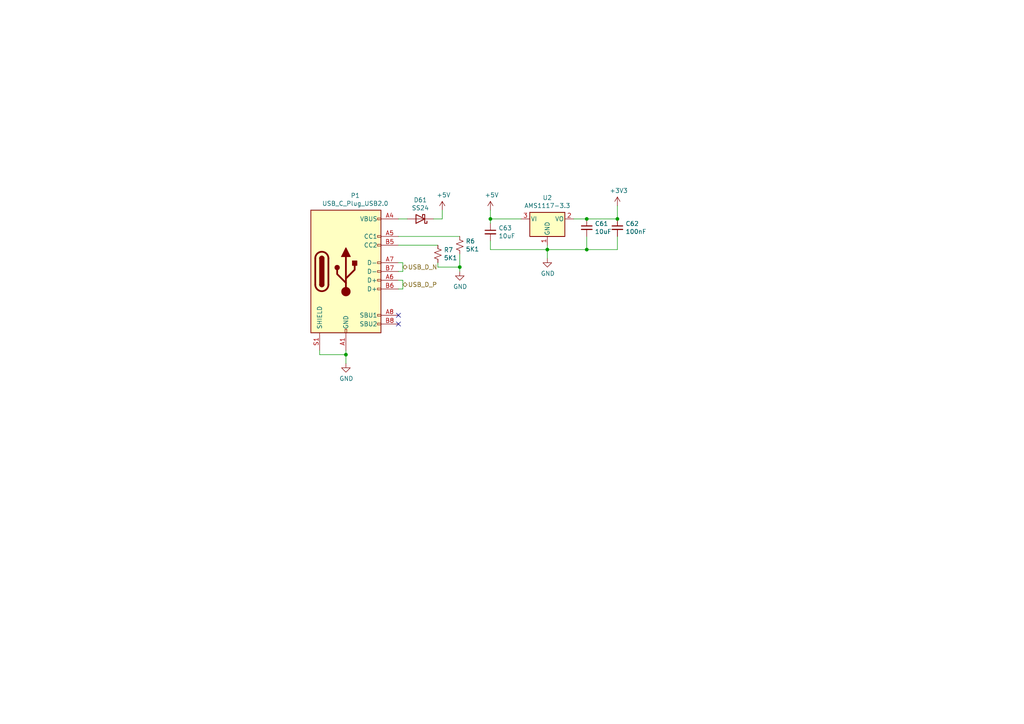
<source format=kicad_sch>
(kicad_sch (version 20211123) (generator eeschema)
  (paper "A4")
  (lib_symbols
    (symbol "Connector:USB_C_Receptacle_USB2.0" (pin_names (offset 1.016))
      (property "Reference" "J" (at -10.16 19.05 0))
      (property "Value" "USB_C_Receptacle_USB2.0" (at 19.05 19.05 0))
      (symbol "USB_C_Receptacle_USB2.0_0_0"
        (rectangle (start -0.254 -17.78) (end 0.254 -16.764))
        (rectangle (start 10.16 -14.986) (end 9.144 -15.494))
        (rectangle (start 10.16 -12.446) (end 9.144 -12.954))
        (rectangle (start 10.16 -4.826) (end 9.144 -5.334))
        (rectangle (start 10.16 -2.286) (end 9.144 -2.794))
        (rectangle (start 10.16 0.254) (end 9.144 -0.254))
        (rectangle (start 10.16 2.794) (end 9.144 2.286))
        (rectangle (start 10.16 7.874) (end 9.144 7.366))
        (rectangle (start 10.16 10.414) (end 9.144 9.906))
        (rectangle (start 10.16 15.494) (end 9.144 14.986))
      )
      (symbol "USB_C_Receptacle_USB2.0_0_1"
        (rectangle (start -10.16 17.78) (end 10.16 -17.78) (stroke (width 0.254)) (fill (type background)))
        (arc (start -8.89 -3.81) (mid -6.985 -5.715) (end -5.08 -3.81) (stroke (width 0.508)))
        (arc (start -7.62 -3.81) (mid -6.985 -4.445) (end -6.35 -3.81) (stroke (width 0.254)))
        (arc (start -7.62 -3.81) (mid -6.985 -4.445) (end -6.35 -3.81) (stroke (width 0.254)) (fill (type outline)))
        (rectangle (start -7.62 -3.81) (end -6.35 3.81) (stroke (width 0.254)) (fill (type outline)))
        (arc (start -6.35 3.81) (mid -6.985 4.445) (end -7.62 3.81) (stroke (width 0.254)))
        (arc (start -6.35 3.81) (mid -6.985 4.445) (end -7.62 3.81) (stroke (width 0.254)) (fill (type outline)))
        (arc (start -5.08 3.81) (mid -6.985 5.715) (end -8.89 3.81) (stroke (width 0.508)))
        (circle (center -2.54 1.143) (radius 0.635) (stroke (width 0.254)) (fill (type outline)))
        (circle (center 0 -5.842) (radius 1.27) (fill (type outline)))
        (polyline (pts (xy -8.89 -3.81) (xy -8.89 3.81)) (stroke (width 0.508)))
        (polyline (pts (xy -5.08 3.81) (xy -5.08 -3.81)) (stroke (width 0.508)))
        (polyline (pts (xy 0 -5.842) (xy 0 4.318)) (stroke (width 0.508)))
        (polyline (pts (xy 0 -3.302) (xy -2.54 -0.762) (xy -2.54 0.508)) (stroke (width 0.508)))
        (polyline (pts (xy 0 -2.032) (xy 2.54 0.508) (xy 2.54 1.778)) (stroke (width 0.508)))
        (polyline (pts (xy -1.27 4.318) (xy 0 6.858) (xy 1.27 4.318) (xy -1.27 4.318)) (stroke (width 0.254)) (fill (type outline)))
        (rectangle (start 1.905 1.778) (end 3.175 3.048) (stroke (width 0.254)) (fill (type outline)))
      )
      (symbol "USB_C_Receptacle_USB2.0_1_1"
        (pin passive line (at 0 -22.86 90) (length 5.08) (name "GND") (number "A1"))
        (pin passive line (at 0 -22.86 90) (length 5.08) hide (name "GND") (number "A12"))
        (pin passive line (at 15.24 15.24 180) (length 5.08) (name "VBUS") (number "A4"))
        (pin bidirectional line (at 15.24 10.16 180) (length 5.08) (name "CC1") (number "A5"))
        (pin bidirectional line (at 15.24 -2.54 180) (length 5.08) (name "D+") (number "A6"))
        (pin bidirectional line (at 15.24 2.54 180) (length 5.08) (name "D-") (number "A7"))
        (pin bidirectional line (at 15.24 -12.7 180) (length 5.08) (name "SBU1") (number "A8"))
        (pin passive line (at 15.24 15.24 180) (length 5.08) hide (name "VBUS") (number "A9"))
        (pin passive line (at 0 -22.86 90) (length 5.08) hide (name "GND") (number "B1"))
        (pin passive line (at 0 -22.86 90) (length 5.08) hide (name "GND") (number "B12"))
        (pin passive line (at 15.24 15.24 180) (length 5.08) hide (name "VBUS") (number "B4"))
        (pin bidirectional line (at 15.24 7.62 180) (length 5.08) (name "CC2") (number "B5"))
        (pin bidirectional line (at 15.24 -5.08 180) (length 5.08) (name "D+") (number "B6"))
        (pin bidirectional line (at 15.24 0 180) (length 5.08) (name "D-") (number "B7"))
        (pin bidirectional line (at 15.24 -15.24 180) (length 5.08) (name "SBU2") (number "B8"))
        (pin passive line (at 15.24 15.24 180) (length 5.08) hide (name "VBUS") (number "B9"))
        (pin passive line (at -7.62 -22.86 90) (length 5.08) (name "SHIELD") (number "S1"))
      )
    )
    (symbol "Device:C_Small" (pin_numbers hide) (pin_names (offset 0.254) hide)
      (property "Reference" "C" (at 0.254 1.778 0))
      (property "Value" "C_Small" (at 0.254 -2.032 0))
      (symbol "C_Small_0_1"
        (polyline (pts (xy -1.524 -0.508) (xy 1.524 -0.508)) (stroke (width 0.3302)))
        (polyline (pts (xy -1.524 0.508) (xy 1.524 0.508)) (stroke (width 0.3048)))
      )
      (symbol "C_Small_1_1"
        (pin passive line (at 0 2.54 270) (length 2.032) (name "~") (number "1"))
        (pin passive line (at 0 -2.54 90) (length 2.032) (name "~") (number "2"))
      )
    )
    (symbol "Device:D_Schottky" (pin_numbers hide) (pin_names (offset 1.016) hide)
      (property "Reference" "D" (at 0 2.54 0))
      (property "Value" "D_Schottky" (at 0 -2.54 0))
      (symbol "D_Schottky_0_1"
        (polyline (pts (xy 1.27 0) (xy -1.27 0)))
        (polyline (pts (xy 1.27 1.27) (xy 1.27 -1.27) (xy -1.27 0) (xy 1.27 1.27)) (stroke (width 0.254)))
        (polyline (pts (xy -1.905 0.635) (xy -1.905 1.27) (xy -1.27 1.27) (xy -1.27 -1.27) (xy -0.635 -1.27) (xy -0.635 -0.635)) (stroke (width 0.254)))
      )
      (symbol "D_Schottky_1_1"
        (pin passive line (at -3.81 0 0) (length 2.54) (name "K") (number "1"))
        (pin passive line (at 3.81 0 180) (length 2.54) (name "A") (number "2"))
      )
    )
    (symbol "Device:R_Small_US" (pin_numbers hide) (pin_names (offset 0.254) hide)
      (property "Reference" "R" (at 0.762 0.508 0))
      (property "Value" "R_Small_US" (at 0.762 -1.016 0))
      (symbol "R_Small_US_1_1"
        (polyline (pts (xy 0 0) (xy 1.016 -0.381) (xy 0 -0.762) (xy -1.016 -1.143) (xy 0 -1.524)))
        (polyline (pts (xy 0 1.524) (xy 1.016 1.143) (xy 0 0.762) (xy -1.016 0.381) (xy 0 0)))
        (pin passive line (at 0 2.54 270) (length 1.016) (name "~") (number "1"))
        (pin passive line (at 0 -2.54 90) (length 1.016) (name "~") (number "2"))
      )
    )
    (symbol "Regulator_Linear:AMS1117-3.3" (pin_names (offset 0.254))
      (property "Reference" "U" (at -3.81 3.175 0))
      (property "Value" "AMS1117-3.3" (at 0 3.175 0))
      (symbol "AMS1117-3.3_0_1"
        (rectangle (start -5.08 -5.08) (end 5.08 1.905) (stroke (width 0.254)) (fill (type background)))
      )
      (symbol "AMS1117-3.3_1_1"
        (pin power_in line (at 0 -7.62 90) (length 2.54) (name "GND") (number "1"))
        (pin power_out line (at 7.62 0 180) (length 2.54) (name "VO") (number "2"))
        (pin power_in line (at -7.62 0 0) (length 2.54) (name "VI") (number "3"))
      )
    )
    (symbol "power:+3.3V" (power) (pin_names (offset 0))
      (property "Value" "+3.3V" (at 0 3.556 0))
      (symbol "+3.3V_0_1"
        (polyline (pts (xy -0.762 1.27) (xy 0 2.54)))
        (polyline (pts (xy 0 0) (xy 0 2.54)))
        (polyline (pts (xy 0 2.54) (xy 0.762 1.27)))
      )
      (symbol "+3.3V_1_1"
        (pin power_in line (at 0 0 90) (length 0) hide (name "+3V3") (number "1"))
      )
    )
    (symbol "power:+5V" (power) (pin_names (offset 0))
      (property "Value" "+5V" (at 0 3.556 0))
      (symbol "+5V_0_1"
        (polyline (pts (xy -0.762 1.27) (xy 0 2.54)))
        (polyline (pts (xy 0 0) (xy 0 2.54)))
        (polyline (pts (xy 0 2.54) (xy 0.762 1.27)))
      )
      (symbol "+5V_1_1"
        (pin power_in line (at 0 0 90) (length 0) hide (name "+5V") (number "1"))
      )
    )
    (symbol "power:GND" (power) (pin_names (offset 0))
      (property "Value" "GND" (at 0 -3.81 0))
      (symbol "GND_0_1"
        (polyline (pts (xy 0 0) (xy 0 -1.27) (xy 1.27 -1.27) (xy 0 -2.54) (xy -1.27 -1.27) (xy 0 -1.27)))
      )
      (symbol "GND_1_1"
        (pin power_in line (at 0 0 270) (length 0) hide (name "GND") (number "1"))
      )
    )
  )
  (junction (at 133.35 77.47))
  (junction (at 179.07 63.5))
  (junction (at 170.18 72.39))
  (junction (at 100.33 102.87))
  (junction (at 158.75 72.39))
  (junction (at 142.24 63.5))
  (junction (at 170.18 63.5))
  (no_connect (at 115.57 93.98))
  (no_connect (at 115.57 91.44))
  (wire (pts (xy 115.57 63.5) (xy 118.11 63.5)))
  (wire (pts (xy 115.57 68.58) (xy 133.35 68.58)))
  (wire (pts (xy 127 77.47) (xy 133.35 77.47)))
  (wire (pts (xy 166.37 63.5) (xy 170.18 63.5)))
  (wire (pts (xy 92.71 102.87) (xy 100.33 102.87)))
  (wire (pts (xy 158.75 72.39) (xy 170.18 72.39)))
  (wire (pts (xy 179.07 72.39) (xy 179.07 68.58)))
  (wire (pts (xy 116.84 81.28) (xy 116.84 83.82)))
  (wire (pts (xy 115.57 81.28) (xy 116.84 81.28)))
  (wire (pts (xy 133.35 73.66) (xy 133.35 77.47)))
  (wire (pts (xy 158.75 72.39) (xy 158.75 74.93)))
  (wire (pts (xy 170.18 72.39) (xy 179.07 72.39)))
  (wire (pts (xy 170.18 63.5) (xy 179.07 63.5)))
  (wire (pts (xy 158.75 71.12) (xy 158.75 72.39)))
  (wire (pts (xy 115.57 76.2) (xy 116.84 76.2)))
  (wire (pts (xy 142.24 64.77) (xy 142.24 63.5)))
  (wire (pts (xy 116.84 83.82) (xy 115.57 83.82)))
  (wire (pts (xy 142.24 63.5) (xy 151.13 63.5)))
  (wire (pts (xy 100.33 102.87) (xy 100.33 105.41)))
  (wire (pts (xy 116.84 76.2) (xy 116.84 78.74)))
  (wire (pts (xy 142.24 69.85) (xy 142.24 72.39)))
  (wire (pts (xy 142.24 60.96) (xy 142.24 63.5)))
  (wire (pts (xy 92.71 101.6) (xy 92.71 102.87)))
  (wire (pts (xy 128.27 63.5) (xy 128.27 60.96)))
  (wire (pts (xy 179.07 59.69) (xy 179.07 63.5)))
  (wire (pts (xy 133.35 77.47) (xy 133.35 78.74)))
  (wire (pts (xy 116.84 78.74) (xy 115.57 78.74)))
  (wire (pts (xy 100.33 101.6) (xy 100.33 102.87)))
  (wire (pts (xy 115.57 71.12) (xy 127 71.12)))
  (wire (pts (xy 142.24 72.39) (xy 158.75 72.39)))
  (wire (pts (xy 170.18 72.39) (xy 170.18 68.58)))
  (wire (pts (xy 125.73 63.5) (xy 128.27 63.5)))
  (wire (pts (xy 127 76.2) (xy 127 77.47)))
  (hierarchical_label "USB_D_N" (shape bidirectional) (at 116.84 77.47 0))
  (hierarchical_label "USB_D_P" (shape bidirectional) (at 116.84 82.55 0))
  (symbol (lib_id "Regulator_Linear:AMS1117-3.3") (at 158.75 63.5 0) (unit 1)
    (property "Reference" "U2" (at 158.75 57.3532 0))
    (property "Value" "AMS1117-3.3" (at 158.75 59.6646 0))
    (property "Footprint" "Package_TO_SOT_SMD:SOT-223-3_TabPin2" (effects hide))
    (property "Datasheet" "http://www.advanced-monolithic.com/pdf/ds1117.pdf" (effects hide))
    (property "LCSC" "C6186" (effects hide))
  )
  (symbol (lib_id "Device:C_Small") (at 142.24 67.31 0) (unit 1)
    (property "Reference" "C63" (at 144.5768 66.1416 0) (effects (justify left)))
    (property "Value" "10uF" (at 144.5768 68.453 0) (effects (justify left)))
    (property "Footprint" "Capacitor_SMD:C_0805_2012Metric" (effects hide))
    (property "LCSC" " C15850" (effects hide))
  )
  (symbol (lib_id "Device:C_Small") (at 170.18 66.04 0) (unit 1)
    (property "Reference" "C61" (at 172.5168 64.8716 0) (effects (justify left)))
    (property "Value" "10uF" (at 172.5168 67.183 0) (effects (justify left)))
    (property "Footprint" "Capacitor_SMD:C_0805_2012Metric" (effects hide))
    (property "LCSC" " C15850" (effects hide))
  )
  (symbol (lib_id "Device:C_Small") (at 179.07 66.04 0) (unit 1)
    (property "Reference" "C62" (at 181.4068 64.8716 0) (effects (justify left)))
    (property "Value" "100nF" (at 181.4068 67.183 0) (effects (justify left)))
    (property "Footprint" "Capacitor_SMD:C_0603_1608Metric" (effects hide))
    (property "LCSC" " C14663" (effects hide))
  )
  (symbol (lib_id "power:GND") (at 158.75 74.93 0) (unit 1)
    (property "Reference" "#PWR0189" (effects hide))
    (property "Value" "GND" (at 158.877 79.3242 0))
  )
  (symbol (lib_id "power:+5V") (at 142.24 60.96 0) (unit 1)
    (property "Reference" "#PWR0188" (effects hide))
    (property "Value" "+5V" (at 142.621 56.5658 0))
  )
  (symbol (lib_id "power:+3.3V") (at 179.07 59.69 0) (unit 1)
    (property "Reference" "#PWR0187" (effects hide))
    (property "Value" "+3.3V" (at 179.451 55.2958 0))
  )
  (symbol (lib_id "Connector:USB_C_Receptacle_USB2.0") (at 100.33 78.74 0) (unit 1)
    (property "Reference" "P1" (at 103.0478 56.7182 0))
    (property "Value" "USB_C_Plug_USB2.0" (at 103.0478 59.0296 0))
    (property "Footprint" "Connector_USB:USB_C_Receptacle_HRO_TYPE-C-31-M-12" (effects hide))
    (property "Datasheet" "https://www.usb.org/sites/default/files/documents/usb_type-c.zip" (effects hide))
  )
  (symbol (lib_id "power:GND") (at 100.33 105.41 0) (unit 1)
    (property "Reference" "#PWR0191" (effects hide))
    (property "Value" "GND" (at 100.457 109.8042 0))
  )
  (symbol (lib_id "Device:R_Small_US") (at 133.35 71.12 0) (unit 1)
    (property "Reference" "R6" (at 135.0772 69.9516 0) (effects (justify left)))
    (property "Value" "5K1" (at 135.0772 72.263 0) (effects (justify left)))
    (property "Footprint" "Resistor_SMD:R_0603_1608Metric" (effects hide))
  )
  (symbol (lib_id "Device:R_Small_US") (at 127 73.66 0) (unit 1)
    (property "Reference" "R7" (at 128.7272 72.4916 0) (effects (justify left)))
    (property "Value" "5K1" (at 128.7272 74.803 0) (effects (justify left)))
    (property "Footprint" "Resistor_SMD:R_0603_1608Metric" (effects hide))
  )
  (symbol (lib_id "power:GND") (at 133.35 78.74 0) (unit 1)
    (property "Reference" "#PWR0190" (effects hide))
    (property "Value" "GND" (at 133.477 83.1342 0))
  )
  (symbol (lib_id "Device:D_Schottky") (at 121.92 63.5 180) (unit 1)
    (property "Reference" "D61" (at 121.92 58.0136 0))
    (property "Value" "SS24" (at 121.92 60.325 0))
    (property "Footprint" "Diode_SMD:D_SMA" (effects hide))
  )
  (symbol (lib_id "power:+5V") (at 128.27 60.96 0) (unit 1)
    (property "Reference" "#PWR0196" (effects hide))
    (property "Value" "+5V" (at 128.651 56.5658 0))
  )
)
</source>
